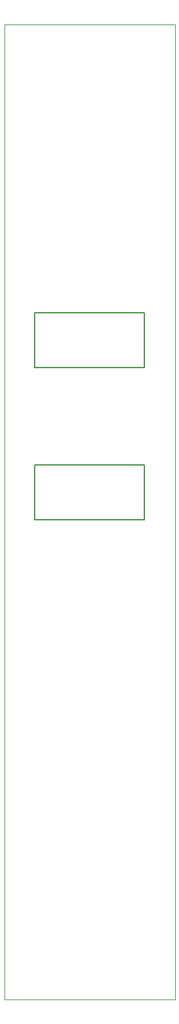
<source format=gm1>
G04 #@! TF.GenerationSoftware,KiCad,Pcbnew,7.0.7-7.0.7~ubuntu22.04.1*
G04 #@! TF.CreationDate,2023-10-15T17:30:04+01:00*
G04 #@! TF.ProjectId,USB_distri,5553425f-6469-4737-9472-692e6b696361,rev?*
G04 #@! TF.SameCoordinates,Original*
G04 #@! TF.FileFunction,Profile,NP*
%FSLAX46Y46*%
G04 Gerber Fmt 4.6, Leading zero omitted, Abs format (unit mm)*
G04 Created by KiCad (PCBNEW 7.0.7-7.0.7~ubuntu22.04.1) date 2023-10-15 17:30:04*
%MOMM*%
%LPD*%
G01*
G04 APERTURE LIST*
G04 #@! TA.AperFunction,Profile*
%ADD10C,0.050000*%
G04 #@! TD*
G04 #@! TA.AperFunction,Profile*
%ADD11C,0.150000*%
G04 #@! TD*
G04 APERTURE END LIST*
D10*
X89500000Y-22000000D02*
X112000000Y-22000000D01*
X112000000Y-22000000D02*
X112000000Y-150000000D01*
X112000000Y-150000000D02*
X89500000Y-150000000D01*
X89500000Y-22000000D02*
X89500000Y-150000000D01*
D11*
X93500000Y-59800000D02*
X108000000Y-59800000D01*
X108000000Y-67000000D01*
X93500000Y-67000000D01*
X93500000Y-59800000D01*
X93500000Y-79800000D02*
X108000000Y-79800000D01*
X108000000Y-87000000D01*
X93500000Y-87000000D01*
X93500000Y-79800000D01*
M02*

</source>
